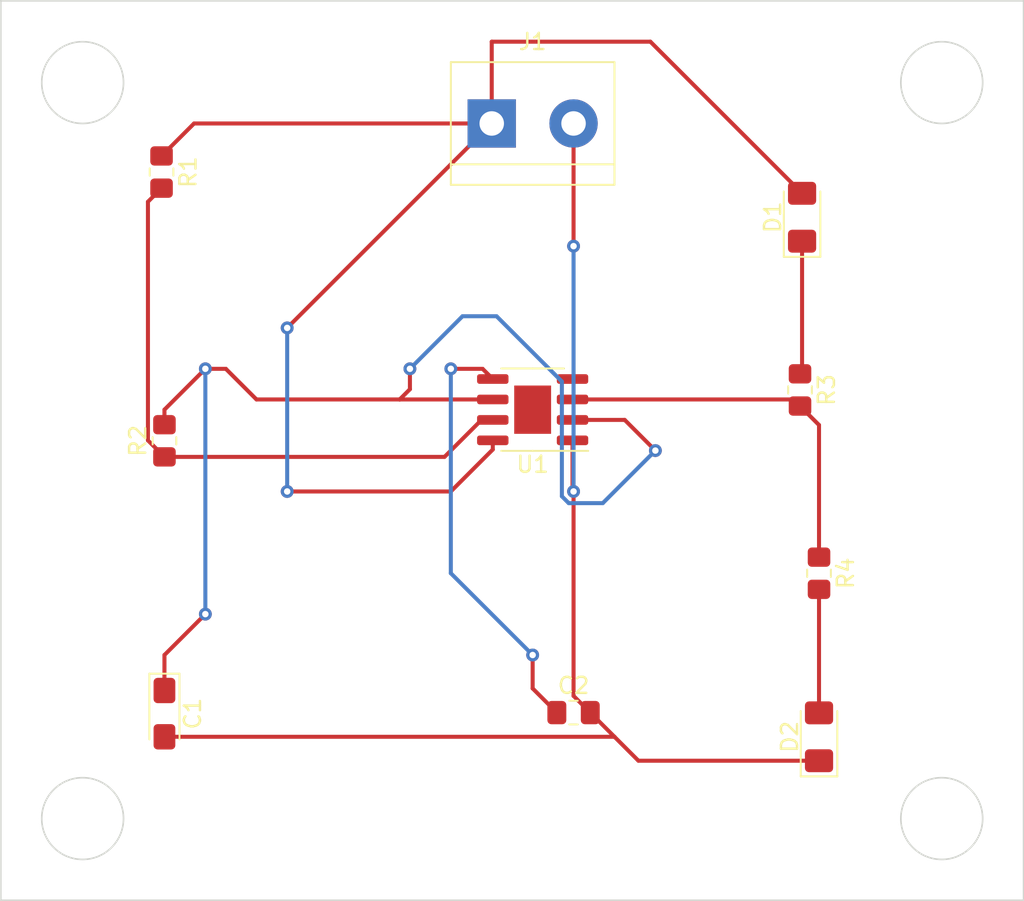
<source format=kicad_pcb>
(kicad_pcb (version 20211014) (generator pcbnew)
  (layers (0 "F.Cu" signal) (31 "B.Cu" signal) (34 "B.Paste" user) (35 "F.Paste" user) (36 "B.SilkS" user "B.Silkscreen") (37 "F.SilkS" user "F.Silkscreen") (38 "B.Mask" user) (39 "F.Mask" user) (44 "Edge.Cuts" user))
  (net 0 "")
  (net 1 "/pin_2")
  (net 2 "GND")
  (net 3 "Net-(C2-Pad1)")
  (net 4 "Net-(D1-Pad1)")
  (net 5 "+9V")
  (net 6 "Net-(D2-Pad2)")
  (net 7 "Net-(R1-Pad2)")
  (net 8 "/pin_3")
  (net 9 "/9V")
  (footprint "LED_SMD:LED_1206_3216Metric_Pad1.42x1.75mm_HandSolder" (layer "F.Cu") (at 187.96 132.08 90)
    (fp_text reference "D2" (at 0 -1.82 90) (layer "F.SilkS"))
    (fp_text value "LED")
    (fp_line (start -2.46 -1.135) (end -2.46 1.135) (layer "F.SilkS") (width 0.12))
    (fp_line (start -2.46 1.135) (end 1.6 1.135) (layer "F.SilkS") (width 0.12))
    (fp_line (start 1.6 -1.135) (end -2.46 -1.135) (layer "F.SilkS") (width 0.12))
    (pad "1" smd roundrect (at -1.4875 0 90) (size 1.425 1.75) (layers "F.Cu" "F.Paste" "F.Mask") (roundrect_rratio 0.175439) (net 2 "GND"))
    (pad "2" smd roundrect (at 1.4875 0 90) (size 1.425 1.75) (layers "F.Cu" "F.Paste" "F.Mask") (roundrect_rratio 0.175439) (net 6 "Net-(D2-Pad2)"))
  )
  (footprint "Capacitor_SMD:C_0805_2012Metric_Pad1.18x1.45mm_HandSolder" (layer "F.Cu") (at 172.72 130.5775)
    (fp_text reference "C2" (at 0 -1.68) (layer "F.SilkS"))
    (fp_text value "0.01 uF")
    (fp_line (start -0.261252 0.735) (end 0.261252 0.735) (layer "F.SilkS") (width 0.12))
    (fp_line (start -0.261252 -0.735) (end 0.261252 -0.735) (layer "F.SilkS") (width 0.12))
    (pad "1" smd roundrect (at -1.0375 0) (size 1.175 1.45) (layers "F.Cu" "F.Paste" "F.Mask") (roundrect_rratio 0.212766) (net 3 "Net-(C2-Pad1)"))
    (pad "2" smd roundrect (at 1.0375 0) (size 1.175 1.45) (layers "F.Cu" "F.Paste" "F.Mask") (roundrect_rratio 0.212766) (net 2 "GND"))
  )
  (footprint "Resistor_SMD:R_0805_2012Metric_Pad1.20x1.40mm_HandSolder" (layer "F.Cu") (at 187.96 121.92 -90)
    (fp_text reference "R4" (at 0 -1.65 90) (layer "F.SilkS"))
    (fp_text value "1k")
    (fp_line (start -0.227064 0.735) (end 0.227064 0.735) (layer "F.SilkS") (width 0.12))
    (fp_line (start -0.227064 -0.735) (end 0.227064 -0.735) (layer "F.SilkS") (width 0.12))
    (pad "1" smd roundrect (at -1 0 270) (size 1.2 1.4) (layers "F.Cu" "F.Paste" "F.Mask") (roundrect_rratio 0.208333) (net 8 "/pin_3"))
    (pad "2" smd roundrect (at 1 0 270) (size 1.2 1.4) (layers "F.Cu" "F.Paste" "F.Mask") (roundrect_rratio 0.208333) (net 6 "Net-(D2-Pad2)"))
  )
  (footprint "Resistor_SMD:R_0805_2012Metric_Pad1.20x1.40mm_HandSolder" (layer "F.Cu") (at 147.14 96.998372 -90)
    (fp_text reference "R1" (at 0 -1.65 90) (layer "F.SilkS"))
    (fp_text value "1k")
    (fp_line (start -0.227064 0.735) (end 0.227064 0.735) (layer "F.SilkS") (width 0.12))
    (fp_line (start -0.227064 -0.735) (end 0.227064 -0.735) (layer "F.SilkS") (width 0.12))
    (pad "1" smd roundrect (at -1 0 270) (size 1.2 1.4) (layers "F.Cu" "F.Paste" "F.Mask") (roundrect_rratio 0.208333) (net 5 "+9V"))
    (pad "2" smd roundrect (at 1 0 270) (size 1.2 1.4) (layers "F.Cu" "F.Paste" "F.Mask") (roundrect_rratio 0.208333) (net 7 "Net-(R1-Pad2)"))
  )
  (footprint "Package_SO:SOIC-8-1EP_3.9x4.9mm_P1.27mm_EP2.29x3mm" (layer "F.Cu") (at 170.18 111.76 180)
    (fp_text reference "U1" (at 0 -3.4) (layer "F.SilkS"))
    (fp_text value "NE555D")
    (fp_line (start 0 -2.56) (end -3.45 -2.56) (layer "F.SilkS") (width 0.12))
    (fp_line (start 0 2.56) (end 1.95 2.56) (layer "F.SilkS") (width 0.12))
    (fp_line (start 0 2.56) (end -1.95 2.56) (layer "F.SilkS") (width 0.12))
    (fp_line (start 0 -2.56) (end 1.95 -2.56) (layer "F.SilkS") (width 0.12))
    (pad "1" smd roundrect (at -2.475 -1.905 180) (size 1.95 0.6) (layers "F.Cu" "F.Paste" "F.Mask") (net 2 "GND"))
    (pad "2" smd roundrect (at -2.475 -0.635 180) (size 1.95 0.6) (layers "F.Cu" "F.Paste" "F.Mask") (net 1 "/pin_2"))
    (pad "3" smd roundrect (at -2.475 0.635 180) (size 1.95 0.6) (layers "F.Cu" "F.Paste" "F.Mask") (net 8 "/pin_3"))
    (pad "4" smd roundrect (at -2.475 1.905 180) (size 1.95 0.6) (layers "F.Cu" "F.Paste" "F.Mask") (net 9 "/9V"))
    (pad "5" smd roundrect (at 2.475 1.905 180) (size 1.95 0.6) (layers "F.Cu" "F.Paste" "F.Mask") (net 3 "Net-(C2-Pad1)"))
    (pad "6" smd roundrect (at 2.475 0.635 180) (size 1.95 0.6) (layers "F.Cu" "F.Paste" "F.Mask") (net 1 "/pin_2"))
    (pad "7" smd roundrect (at 2.475 -0.635 180) (size 1.95 0.6) (layers "F.Cu" "F.Paste" "F.Mask") (net 7 "Net-(R1-Pad2)"))
    (pad "8" smd roundrect (at 2.475 -1.905 180) (size 1.95 0.6) (layers "F.Cu" "F.Paste" "F.Mask") (net 5 "+9V"))
    (pad "9" smd rect (at 0 0 180) (size 2.29 3) (layers "F.Cu" "F.Mask"))
  )
  (footprint "LED_SMD:LED_1206_3216Metric_Pad1.42x1.75mm_HandSolder" (layer "F.Cu") (at 186.9075 99.805 90)
    (fp_text reference "D1" (at 0 -1.82 90) (layer "F.SilkS"))
    (fp_text value "LED")
    (fp_line (start 1.6 -1.135) (end -2.46 -1.135) (layer "F.SilkS") (width 0.12))
    (fp_line (start -2.46 -1.135) (end -2.46 1.135) (layer "F.SilkS") (width 0.12))
    (fp_line (start -2.46 1.135) (end 1.6 1.135) (layer "F.SilkS") (width 0.12))
    (pad "1" smd roundrect (at -1.4875 0 90) (size 1.425 1.75) (layers "F.Cu" "F.Paste" "F.Mask") (roundrect_rratio 0.175439) (net 4 "Net-(D1-Pad1)"))
    (pad "2" smd roundrect (at 1.4875 0 90) (size 1.425 1.75) (layers "F.Cu" "F.Paste" "F.Mask") (roundrect_rratio 0.175439) (net 5 "+9V"))
  )
  (footprint "Resistor_SMD:R_0805_2012Metric_Pad1.20x1.40mm_HandSolder" (layer "F.Cu") (at 147.32 113.6925 90)
    (fp_text reference "R2" (at 0 -1.65 90) (layer "F.SilkS"))
    (fp_text value "10k")
    (fp_line (start -0.227064 0.735) (end 0.227064 0.735) (layer "F.SilkS") (width 0.12))
    (fp_line (start -0.227064 -0.735) (end 0.227064 -0.735) (layer "F.SilkS") (width 0.12))
    (pad "1" smd roundrect (at -1 0 90) (size 1.2 1.4) (layers "F.Cu" "F.Paste" "F.Mask") (roundrect_rratio 0.208333) (net 7 "Net-(R1-Pad2)"))
    (pad "2" smd roundrect (at 1 0 90) (size 1.2 1.4) (layers "F.Cu" "F.Paste" "F.Mask") (roundrect_rratio 0.208333) (net 1 "/pin_2"))
  )
  (footprint "Resistor_SMD:R_0805_2012Metric_Pad1.20x1.40mm_HandSolder" (layer "F.Cu") (at 186.78 110.532936 -90)
    (fp_text reference "R3" (at 0 -1.65 90) (layer "F.SilkS"))
    (fp_text value "1k")
    (fp_line (start -0.227064 0.735) (end 0.227064 0.735) (layer "F.SilkS") (width 0.12))
    (fp_line (start -0.227064 -0.735) (end 0.227064 -0.735) (layer "F.SilkS") (width 0.12))
    (pad "1" smd roundrect (at -1 0 270) (size 1.2 1.4) (layers "F.Cu" "F.Paste" "F.Mask") (roundrect_rratio 0.208333) (net 4 "Net-(D1-Pad1)"))
    (pad "2" smd roundrect (at 1 0 270) (size 1.2 1.4) (layers "F.Cu" "F.Paste" "F.Mask") (roundrect_rratio 0.208333) (net 8 "/pin_3"))
  )
  (footprint "TerminalBlock:TerminalBlock_bornier-2_P5.08mm" (layer "F.Cu") (at 167.64 93.98)
    (fp_text reference "J1" (at 2.54 -5.08) (layer "F.SilkS"))
    (fp_text value "Conn_01x02_Male")
    (fp_line (start 7.62 3.81) (end 7.62 -3.81) (layer "F.SilkS") (width 0.12))
    (fp_line (start -2.54 -3.81) (end -2.54 3.81) (layer "F.SilkS") (width 0.12))
    (fp_line (start 7.62 2.54) (end -2.54 2.54) (layer "F.SilkS") (width 0.12))
    (fp_line (start -2.54 3.81) (end 7.62 3.81) (layer "F.SilkS") (width 0.12))
    (fp_line (start 7.62 -3.81) (end -2.54 -3.81) (layer "F.SilkS") (width 0.12))
    (pad "1" thru_hole rect (at 0 0) (size 3 3) (drill 1.52) (layers *.Cu *.Mask) (net 5 "+9V"))
    (pad "2" thru_hole circle (at 5.08 0) (size 3 3) (drill 1.52) (layers *.Cu *.Mask) (net 2 "GND"))
  )
  (footprint "Capacitor_Tantalum_SMD:CP_EIA-3216-18_Kemet-A_Pad1.58x1.35mm_HandSolder" (layer "F.Cu") (at 147.32 130.6425 -90)
    (fp_text reference "C1" (at 0 -1.75 90) (layer "F.SilkS"))
    (fp_text value "10 uF")
    (fp_line (start -2.485 0.935) (end 1.6 0.935) (layer "F.SilkS") (width 0.12))
    (fp_line (start 1.6 -0.935) (end -2.485 -0.935) (layer "F.SilkS") (width 0.12))
    (fp_line (start -2.485 -0.935) (end -2.485 0.935) (layer "F.SilkS") (width 0.12))
    (pad "1" smd roundrect (at -1.4375 0 270) (size 1.575 1.35) (layers "F.Cu" "F.Paste" "F.Mask") (roundrect_rratio 0.185185) (net 1 "/pin_2"))
    (pad "2" smd roundrect (at 1.4375 0 270) (size 1.575 1.35) (layers "F.Cu" "F.Paste" "F.Mask") (roundrect_rratio 0.185185) (net 2 "GND"))
  )
  (gr_circle (center 195.58 137.16) (end 198.12 137.16) (layer "Edge.Cuts") (width 0.1) (fill none))
  (gr_circle (center 142.24 137.16) (end 139.7 137.16) (layer "Edge.Cuts") (width 0.1) (fill none))
  (gr_rect (start 137.16 86.36) (end 200.66 142.24) (layer "Edge.Cuts") (width 0.1) (fill none))
  (gr_circle (center 195.58 91.44) (end 198.12 91.44) (layer "Edge.Cuts") (width 0.1) (fill none))
  (gr_circle (center 142.24 91.44) (end 144.78 91.44) (layer "Edge.Cuts") (width 0.1) (fill none))
  (segment (start 161.925 111.125) (end 167.705 111.125) (width 0.25) (layer "F.Cu") (net 1))
  (segment (start 172.655 112.395) (end 175.895 112.395) (width 0.25) (layer "F.Cu") (net 1))
  (segment (start 153.035 111.125) (end 161.925 111.125) (width 0.25) (layer "F.Cu") (net 1))
  (segment (start 147.32 112.6925) (end 147.32 111.76) (width 0.25) (layer "F.Cu") (net 1))
  (segment (start 147.32 127) (end 149.86 124.46) (width 0.25) (layer "F.Cu") (net 1))
  (segment (start 147.32 111.76) (end 149.86 109.22) (width 0.25) (layer "F.Cu") (net 1))
  (segment (start 162.56 110.49) (end 162.56 109.22) (width 0.25) (layer "F.Cu") (net 1))
  (segment (start 161.925 111.125) (end 162.56 110.49) (width 0.25) (layer "F.Cu") (net 1))
  (segment (start 151.13 109.22) (end 153.035 111.125) (width 0.25) (layer "F.Cu") (net 1))
  (segment (start 147.32 129.205) (end 147.32 127) (width 0.25) (layer "F.Cu") (net 1))
  (segment (start 149.86 109.22) (end 151.13 109.22) (width 0.25) (layer "F.Cu") (net 1))
  (segment (start 175.895 112.395) (end 177.8 114.3) (width 0.25) (layer "F.Cu") (net 1))
  (via (at 177.8 114.3) (size 0.8) (drill 0.4) (layers "F.Cu" "B.Cu") (net 1))
  (via (at 149.86 109.22) (size 0.8) (drill 0.4) (layers "F.Cu" "B.Cu") (net 1))
  (via (at 149.86 124.46) (size 0.8) (drill 0.4) (layers "F.Cu" "B.Cu") (net 1))
  (via (at 162.56 109.22) (size 0.8) (drill 0.4) (layers "F.Cu" "B.Cu") (net 1))
  (segment (start 174.535 117.565) (end 177.8 114.3) (width 0.25) (layer "B.Cu") (net 1))
  (segment (start 162.56 109.22) (end 165.825 105.955) (width 0.25) (layer "B.Cu") (net 1))
  (segment (start 149.86 109.22) (end 149.86 124.46) (width 0.25) (layer "B.Cu") (net 1))
  (segment (start 171.995 117.140305) (end 172.419695 117.565) (width 0.25) (layer "B.Cu") (net 1))
  (segment (start 172.419695 117.565) (end 174.535 117.565) (width 0.25) (layer "B.Cu") (net 1))
  (segment (start 167.940305 105.955) (end 171.995 110.009695) (width 0.25) (layer "B.Cu") (net 1))
  (segment (start 171.995 110.009695) (end 171.995 117.140305) (width 0.25) (layer "B.Cu") (net 1))
  (segment (start 165.825 105.955) (end 167.940305 105.955) (width 0.25) (layer "B.Cu") (net 1))
  (segment (start 172.72 129.54) (end 173.7575 130.5775) (width 0.25) (layer "F.Cu") (net 2))
  (segment (start 175.26 132.08) (end 173.7575 130.5775) (width 0.25) (layer "F.Cu") (net 2))
  (segment (start 187.96 133.5675) (end 176.7475 133.5675) (width 0.25) (layer "F.Cu") (net 2))
  (segment (start 172.72 116.84) (end 172.72 129.54) (width 0.25) (layer "F.Cu") (net 2))
  (segment (start 172.72 93.98) (end 172.72 101.6) (width 0.25) (layer "F.Cu") (net 2))
  (segment (start 172.655 113.665) (end 172.655 116.775) (width 0.25) (layer "F.Cu") (net 2))
  (segment (start 147.32 132.08) (end 175.26 132.08) (width 0.25) (layer "F.Cu") (net 2))
  (segment (start 172.655 116.775) (end 172.72 116.84) (width 0.25) (layer "F.Cu") (net 2))
  (segment (start 176.7475 133.5675) (end 175.26 132.08) (width 0.25) (layer "F.Cu") (net 2))
  (via (at 172.72 116.84) (size 0.8) (drill 0.4) (layers "F.Cu" "B.Cu") (net 2))
  (via (at 172.72 101.6) (size 0.8) (drill 0.4) (layers "F.Cu" "B.Cu") (net 2))
  (segment (start 172.72 101.6) (end 172.72 116.84) (width 0.25) (layer "B.Cu") (net 2))
  (segment (start 167.07 109.22) (end 165.1 109.22) (width 0.25) (layer "F.Cu") (net 3))
  (segment (start 167.705 109.855) (end 167.07 109.22) (width 0.25) (layer "F.Cu") (net 3))
  (segment (start 170.18 129.075) (end 170.18 127) (width 0.25) (layer "F.Cu") (net 3))
  (segment (start 171.6825 130.5775) (end 170.18 129.075) (width 0.25) (layer "F.Cu") (net 3))
  (via (at 170.18 127) (size 0.8) (drill 0.4) (layers "F.Cu" "B.Cu") (net 3))
  (via (at 165.1 109.22) (size 0.8) (drill 0.4) (layers "F.Cu" "B.Cu") (net 3))
  (segment (start 165.1 109.22) (end 165.1 121.92) (width 0.25) (layer "B.Cu") (net 3))
  (segment (start 165.1 121.92) (end 170.18 127) (width 0.25) (layer "B.Cu") (net 3))
  (segment (start 186.78 109.532936) (end 186.9075 109.405436) (width 0.25) (layer "F.Cu") (net 4))
  (segment (start 186.9075 109.405436) (end 186.9075 101.2925) (width 0.25) (layer "F.Cu") (net 4))
  (segment (start 177.49 88.9) (end 167.64 88.9) (width 0.25) (layer "F.Cu") (net 5))
  (segment (start 167.64 93.98) (end 154.94 106.68) (width 0.25) (layer "F.Cu") (net 5))
  (segment (start 167.705 113.665) (end 167.705 114.235) (width 0.25) (layer "F.Cu") (net 5))
  (segment (start 167.705 114.235) (end 165.1 116.84) (width 0.25) (layer "F.Cu") (net 5))
  (segment (start 186.9075 98.3175) (end 177.49 88.9) (width 0.25) (layer "F.Cu") (net 5))
  (segment (start 167.64 88.9) (end 167.64 93.98) (width 0.25) (layer "F.Cu") (net 5))
  (segment (start 165.1 116.84) (end 154.94 116.84) (width 0.25) (layer "F.Cu") (net 5))
  (segment (start 149.158372 93.98) (end 167.64 93.98) (width 0.25) (layer "F.Cu") (net 5))
  (segment (start 147.14 95.998372) (end 149.158372 93.98) (width 0.25) (layer "F.Cu") (net 5))
  (via (at 154.94 116.84) (size 0.8) (drill 0.4) (layers "F.Cu" "B.Cu") (net 5))
  (via (at 154.94 106.68) (size 0.8) (drill 0.4) (layers "F.Cu" "B.Cu") (net 5))
  (segment (start 154.94 106.68) (end 154.94 116.84) (width 0.25) (layer "B.Cu") (net 5))
  (segment (start 187.96 122.92) (end 187.96 130.5925) (width 0.25) (layer "F.Cu") (net 6))
  (segment (start 167.005 112.395) (end 164.7075 114.6925) (width 0.25) (layer "F.Cu") (net 7))
  (segment (start 146.295 113.6675) (end 147.32 114.6925) (width 0.25) (layer "F.Cu") (net 7))
  (segment (start 167.705 112.395) (end 167.005 112.395) (width 0.25) (layer "F.Cu") (net 7))
  (segment (start 147.14 97.998372) (end 146.295 98.843372) (width 0.25) (layer "F.Cu") (net 7))
  (segment (start 164.7075 114.6925) (end 147.32 114.6925) (width 0.25) (layer "F.Cu") (net 7))
  (segment (start 146.295 98.843372) (end 146.295 113.6675) (width 0.25) (layer "F.Cu") (net 7))
  (segment (start 186.78 111.532936) (end 186.372064 111.125) (width 0.25) (layer "F.Cu") (net 8))
  (segment (start 186.372064 111.125) (end 172.655 111.125) (width 0.25) (layer "F.Cu") (net 8))
  (segment (start 187.96 112.712936) (end 187.96 120.92) (width 0.25) (layer "F.Cu") (net 8))
  (segment (start 186.78 111.532936) (end 187.96 112.712936) (width 0.25) (layer "F.Cu") (net 8))
)
</source>
